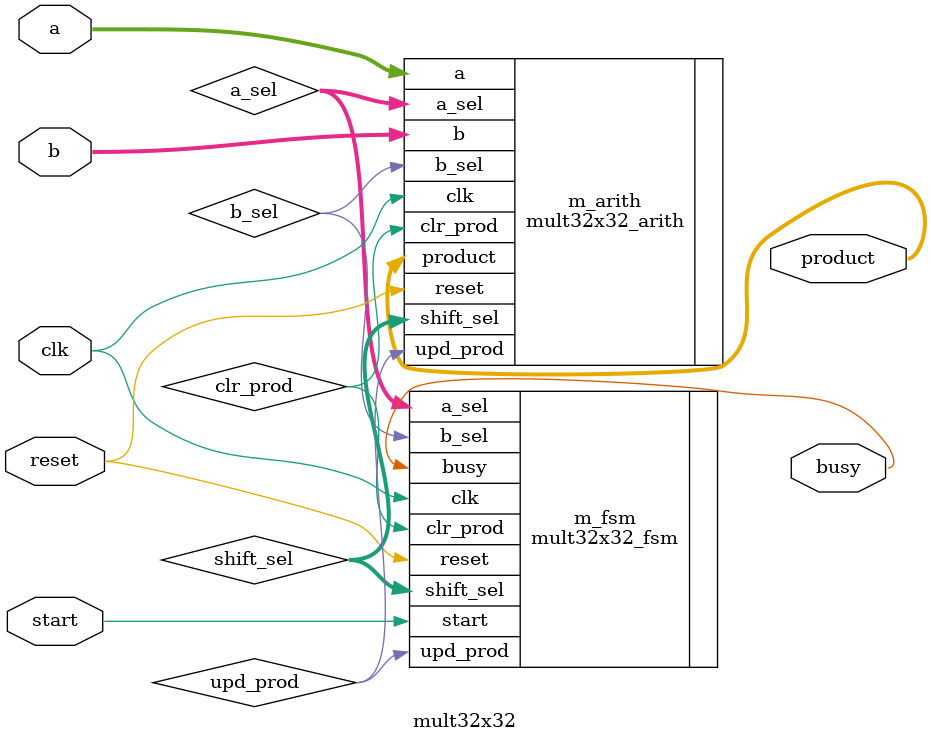
<source format=sv>
module mult32x32 (
    input logic clk,            // Clock
    input logic reset,          // Reset
    input logic start,          // Start signal
    input logic [31:0] a,       // Input a
    input logic [31:0] b,       // Input b
    output logic busy,          // Multiplier busy indication
    output logic [63:0] product // Miltiplication product
);
            // Multiplier busy indication
    logic [1:0] a_sel;     // Select one byte from A
    logic b_sel;           // Select one 2-byte word from B
    logic [2:0] shift_sel; // Select output from shifters
    logic upd_prod;        // Update the product register
    logic clr_prod;         // Clear the product register


	mult32x32_fsm m_fsm(
		.clk(clk),
		.reset(reset),
		.start(start),
		.a_sel(a_sel),
		.b_sel(b_sel),
		.shift_sel(shift_sel),
		.upd_prod(upd_prod),
		.clr_prod(clr_prod),
		.busy(busy)
	);


	mult32x32_arith m_arith(
		.clk(clk),
		.reset(reset),
		.a(a),
		.b(b),
		.a_sel(a_sel),
		.b_sel(b_sel),
		.shift_sel(shift_sel),
		.upd_prod(upd_prod),
		.clr_prod(clr_prod),
		.product(product)
	);	
		
		

endmodule

</source>
